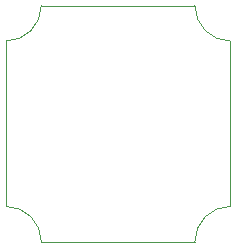
<source format=gbr>
%TF.GenerationSoftware,KiCad,Pcbnew,8.0.3*%
%TF.CreationDate,2024-09-08T13:54:04-04:00*%
%TF.ProjectId,FightPad_MICRO,46696768-7450-4616-945f-4d4943524f2e,rev?*%
%TF.SameCoordinates,Original*%
%TF.FileFunction,Profile,NP*%
%FSLAX46Y46*%
G04 Gerber Fmt 4.6, Leading zero omitted, Abs format (unit mm)*
G04 Created by KiCad (PCBNEW 8.0.3) date 2024-09-08 13:54:04*
%MOMM*%
%LPD*%
G01*
G04 APERTURE LIST*
%TA.AperFunction,Profile*%
%ADD10C,0.050000*%
%TD*%
G04 APERTURE END LIST*
D10*
X93850000Y-49710000D02*
X93850001Y-63710000D01*
X90850000Y-66710000D02*
G75*
G02*
X93850001Y-63710000I3000000J0D01*
G01*
X74849999Y-63710000D02*
G75*
G02*
X77850000Y-66710001I1J-3000000D01*
G01*
X77850000Y-66710001D02*
X90850000Y-66710000D01*
X93850000Y-49710000D02*
G75*
G02*
X90850000Y-46710000I-1J2999999D01*
G01*
X77850000Y-46710000D02*
X90850000Y-46710000D01*
X77850000Y-46710000D02*
G75*
G02*
X74850000Y-49710000I-3000000J0D01*
G01*
X74849999Y-63710000D02*
X74850000Y-49710000D01*
M02*

</source>
